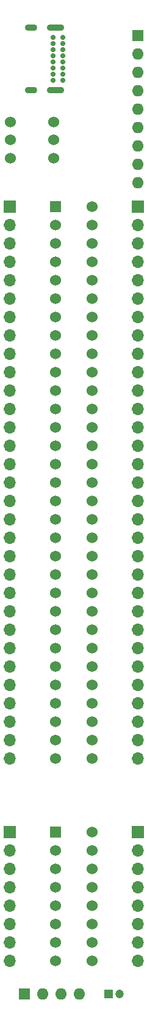
<source format=gbr>
G04 #@! TF.GenerationSoftware,KiCad,Pcbnew,(5.1.8)-1*
G04 #@! TF.CreationDate,2022-11-03T13:18:07-06:00*
G04 #@! TF.ProjectId,Breadboard Adapter,42726561-6462-46f6-9172-642041646170,rev?*
G04 #@! TF.SameCoordinates,Original*
G04 #@! TF.FileFunction,Soldermask,Bot*
G04 #@! TF.FilePolarity,Negative*
%FSLAX46Y46*%
G04 Gerber Fmt 4.6, Leading zero omitted, Abs format (unit mm)*
G04 Created by KiCad (PCBNEW (5.1.8)-1) date 2022-11-03 13:18:07*
%MOMM*%
%LPD*%
G01*
G04 APERTURE LIST*
%ADD10O,1.700000X1.700000*%
%ADD11R,1.700000X1.700000*%
%ADD12C,1.524000*%
%ADD13O,1.600000X1.600000*%
%ADD14R,1.600000X1.600000*%
%ADD15R,1.524000X1.524000*%
%ADD16O,1.700000X0.900000*%
%ADD17O,2.400000X0.900000*%
%ADD18C,0.700000*%
%ADD19C,1.200000*%
%ADD20R,1.200000X1.200000*%
G04 APERTURE END LIST*
D10*
G04 #@! TO.C,J6*
X111760000Y-142240000D03*
X111760000Y-139700000D03*
X111760000Y-137160000D03*
X111760000Y-134620000D03*
X111760000Y-132080000D03*
X111760000Y-129540000D03*
X111760000Y-127000000D03*
D11*
X111760000Y-124460000D03*
G04 #@! TD*
D10*
G04 #@! TO.C,J5*
X93980000Y-142240000D03*
X93980000Y-139700000D03*
X93980000Y-137160000D03*
X93980000Y-134620000D03*
X93980000Y-132080000D03*
X93980000Y-129540000D03*
X93980000Y-127000000D03*
D11*
X93980000Y-124460000D03*
G04 #@! TD*
D10*
G04 #@! TO.C,J4*
X111760000Y-114300000D03*
X111760000Y-111760000D03*
X111760000Y-109220000D03*
X111760000Y-106680000D03*
X111760000Y-104140000D03*
X111760000Y-101600000D03*
X111760000Y-99060000D03*
X111760000Y-96520000D03*
X111760000Y-93980000D03*
X111760000Y-91440000D03*
X111760000Y-88900000D03*
X111760000Y-86360000D03*
X111760000Y-83820000D03*
X111760000Y-81280000D03*
X111760000Y-78740000D03*
X111760000Y-76200000D03*
X111760000Y-73660000D03*
X111760000Y-71120000D03*
X111760000Y-68580000D03*
X111760000Y-66040000D03*
X111760000Y-63500000D03*
X111760000Y-60960000D03*
X111760000Y-58420000D03*
X111760000Y-55880000D03*
X111760000Y-53340000D03*
X111760000Y-50800000D03*
X111760000Y-48260000D03*
X111760000Y-45720000D03*
X111760000Y-43180000D03*
X111760000Y-40640000D03*
D11*
X111760000Y-38100000D03*
G04 #@! TD*
D10*
G04 #@! TO.C,J3*
X93980000Y-114300000D03*
X93980000Y-111760000D03*
X93980000Y-109220000D03*
X93980000Y-106680000D03*
X93980000Y-104140000D03*
X93980000Y-101600000D03*
X93980000Y-99060000D03*
X93980000Y-96520000D03*
X93980000Y-93980000D03*
X93980000Y-91440000D03*
X93980000Y-88900000D03*
X93980000Y-86360000D03*
X93980000Y-83820000D03*
X93980000Y-81280000D03*
X93980000Y-78740000D03*
X93980000Y-76200000D03*
X93980000Y-73660000D03*
X93980000Y-71120000D03*
X93980000Y-68580000D03*
X93980000Y-66040000D03*
X93980000Y-63500000D03*
X93980000Y-60960000D03*
X93980000Y-58420000D03*
X93980000Y-55880000D03*
X93980000Y-53340000D03*
X93980000Y-50800000D03*
X93980000Y-48260000D03*
X93980000Y-45720000D03*
X93980000Y-43180000D03*
X93980000Y-40640000D03*
D11*
X93980000Y-38100000D03*
G04 #@! TD*
D12*
G04 #@! TO.C,SW1*
X94076000Y-31416000D03*
X94076000Y-28916000D03*
X94076000Y-26416000D03*
X100076000Y-26416000D03*
X100076000Y-28916000D03*
X100076000Y-31416000D03*
G04 #@! TD*
D13*
G04 #@! TO.C,RN2*
X103632000Y-146812000D03*
X101092000Y-146812000D03*
X98552000Y-146812000D03*
D14*
X96012000Y-146812000D03*
G04 #@! TD*
D13*
G04 #@! TO.C,RN1*
X111760000Y-34798000D03*
X111760000Y-32258000D03*
X111760000Y-29718000D03*
X111760000Y-27178000D03*
X111760000Y-24638000D03*
X111760000Y-22098000D03*
X111760000Y-19558000D03*
X111760000Y-17018000D03*
D14*
X111760000Y-14478000D03*
G04 #@! TD*
D12*
G04 #@! TO.C,J9*
X105410000Y-114300000D03*
X105410000Y-111760000D03*
X105410000Y-109220000D03*
X105410000Y-106680000D03*
X105410000Y-104140000D03*
X105410000Y-101600000D03*
X105410000Y-99060000D03*
X105410000Y-96520000D03*
X105410000Y-93980000D03*
X105410000Y-91440000D03*
X105410000Y-88900000D03*
X105410000Y-86360000D03*
X105410000Y-83820000D03*
X105410000Y-81280000D03*
X105410000Y-78740000D03*
X105410000Y-76200000D03*
X105410000Y-73660000D03*
X105410000Y-71120000D03*
X105410000Y-68580000D03*
X105410000Y-66040000D03*
X105410000Y-63500000D03*
X105410000Y-60960000D03*
X105410000Y-58420000D03*
X105410000Y-55880000D03*
X105410000Y-53340000D03*
X105410000Y-50800000D03*
X105410000Y-48260000D03*
X105410000Y-45720000D03*
X105410000Y-43180000D03*
X105410000Y-40640000D03*
X105410000Y-38100000D03*
X100330000Y-114300000D03*
X100330000Y-111760000D03*
X100330000Y-109220000D03*
X100330000Y-106680000D03*
X100330000Y-104140000D03*
X100330000Y-101600000D03*
X100330000Y-99060000D03*
X100330000Y-96520000D03*
X100330000Y-93980000D03*
X100330000Y-91440000D03*
X100330000Y-88900000D03*
X100330000Y-86360000D03*
X100330000Y-83820000D03*
X100330000Y-81280000D03*
X100330000Y-78740000D03*
X100330000Y-76200000D03*
X100330000Y-73660000D03*
X100330000Y-71120000D03*
X100330000Y-68580000D03*
X100330000Y-66040000D03*
X100330000Y-63500000D03*
X100330000Y-60960000D03*
X100330000Y-58420000D03*
X100330000Y-55880000D03*
X100330000Y-53340000D03*
X100330000Y-50800000D03*
X100330000Y-48260000D03*
X100330000Y-45720000D03*
X100330000Y-43180000D03*
X100330000Y-40640000D03*
D15*
X100330000Y-38100000D03*
G04 #@! TD*
D16*
G04 #@! TO.C,J2*
X96986000Y-22032000D03*
X96986000Y-13382000D03*
D17*
X100366000Y-22032000D03*
X100366000Y-13382000D03*
D18*
X99996000Y-18132000D03*
X99996000Y-20682000D03*
X99996000Y-19832000D03*
X99996000Y-18982000D03*
X99996000Y-14732000D03*
X99996000Y-16432000D03*
X99996000Y-17282000D03*
X99996000Y-15582000D03*
X101346000Y-20682000D03*
X101346000Y-19832000D03*
X101346000Y-18982000D03*
X101346000Y-18132000D03*
X101346000Y-17282000D03*
X101346000Y-16432000D03*
X101346000Y-15582000D03*
X101346000Y-14732000D03*
G04 #@! TD*
D12*
G04 #@! TO.C,J1*
X105410000Y-124460000D03*
X105410000Y-127000000D03*
D15*
X100330000Y-124460000D03*
D12*
X100330000Y-127000000D03*
X100330000Y-129540000D03*
X100330000Y-132080000D03*
X100330000Y-134620000D03*
X100330000Y-137160000D03*
X100330000Y-139700000D03*
X100330000Y-142240000D03*
X105410000Y-142240000D03*
X105410000Y-139700000D03*
X105410000Y-137160000D03*
X105410000Y-134620000D03*
X105410000Y-132080000D03*
X105410000Y-129540000D03*
G04 #@! TD*
D19*
G04 #@! TO.C,C1*
X109196000Y-146812000D03*
D20*
X107696000Y-146812000D03*
G04 #@! TD*
M02*

</source>
